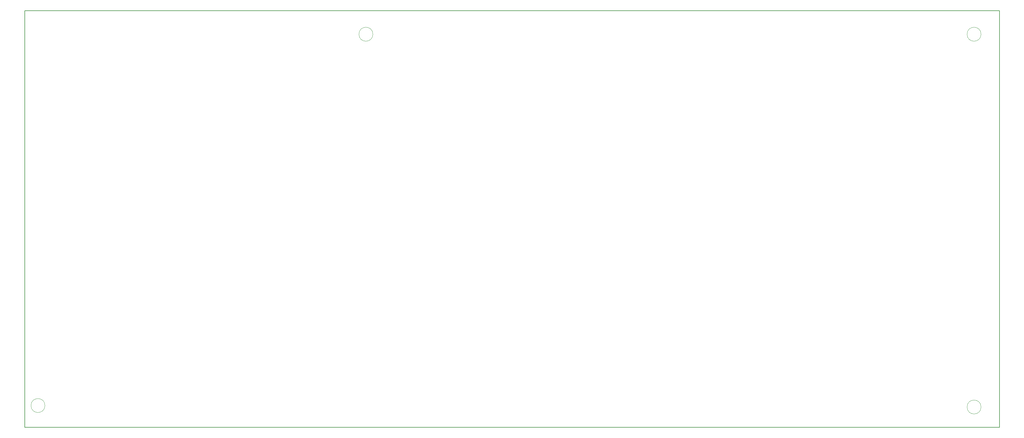
<source format=gbr>
%TF.GenerationSoftware,KiCad,Pcbnew,(6.0.5)*%
%TF.CreationDate,2023-07-29T02:07:02+09:00*%
%TF.ProjectId,LV_PCB,4c565f50-4342-42e6-9b69-6361645f7063,rev?*%
%TF.SameCoordinates,Original*%
%TF.FileFunction,Profile,NP*%
%FSLAX46Y46*%
G04 Gerber Fmt 4.6, Leading zero omitted, Abs format (unit mm)*
G04 Created by KiCad (PCBNEW (6.0.5)) date 2023-07-29 02:07:02*
%MOMM*%
%LPD*%
G01*
G04 APERTURE LIST*
%TA.AperFunction,Profile*%
%ADD10C,0.200000*%
%TD*%
%TA.AperFunction,Profile*%
%ADD11C,0.050000*%
%TD*%
G04 APERTURE END LIST*
D10*
X355211000Y46809000D02*
X62111000Y46809000D01*
X62111000Y46809000D02*
X62111000Y172139000D01*
X62111000Y172139000D02*
X355211000Y172139000D01*
X355211000Y172139000D02*
X355211000Y46809000D01*
D11*
X166811000Y165100000D02*
G75*
G03*
X166811000Y165100000I-2100000J0D01*
G01*
X349691000Y165100000D02*
G75*
G03*
X349691000Y165100000I-2100000J0D01*
G01*
X68191000Y53340000D02*
G75*
G03*
X68191000Y53340000I-2100000J0D01*
G01*
X349691000Y52900000D02*
G75*
G03*
X349691000Y52900000I-2100000J0D01*
G01*
M02*

</source>
